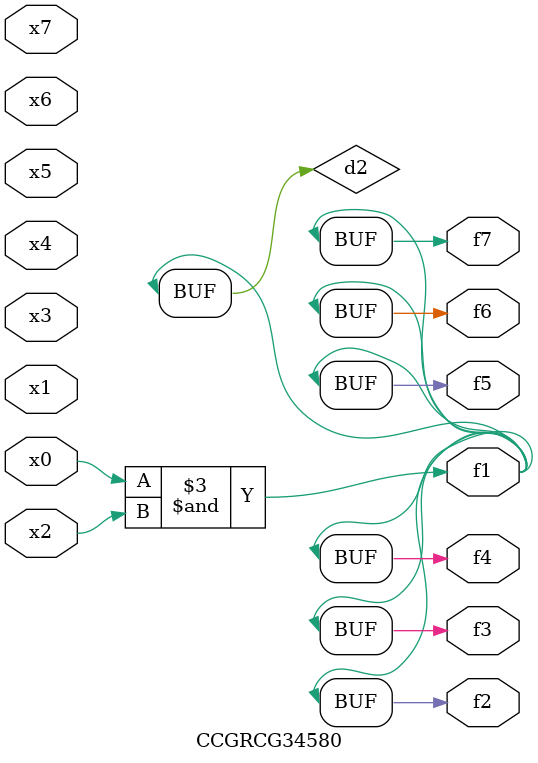
<source format=v>
module CCGRCG34580(
	input x0, x1, x2, x3, x4, x5, x6, x7,
	output f1, f2, f3, f4, f5, f6, f7
);

	wire d1, d2;

	nor (d1, x3, x6);
	and (d2, x0, x2);
	assign f1 = d2;
	assign f2 = d2;
	assign f3 = d2;
	assign f4 = d2;
	assign f5 = d2;
	assign f6 = d2;
	assign f7 = d2;
endmodule

</source>
